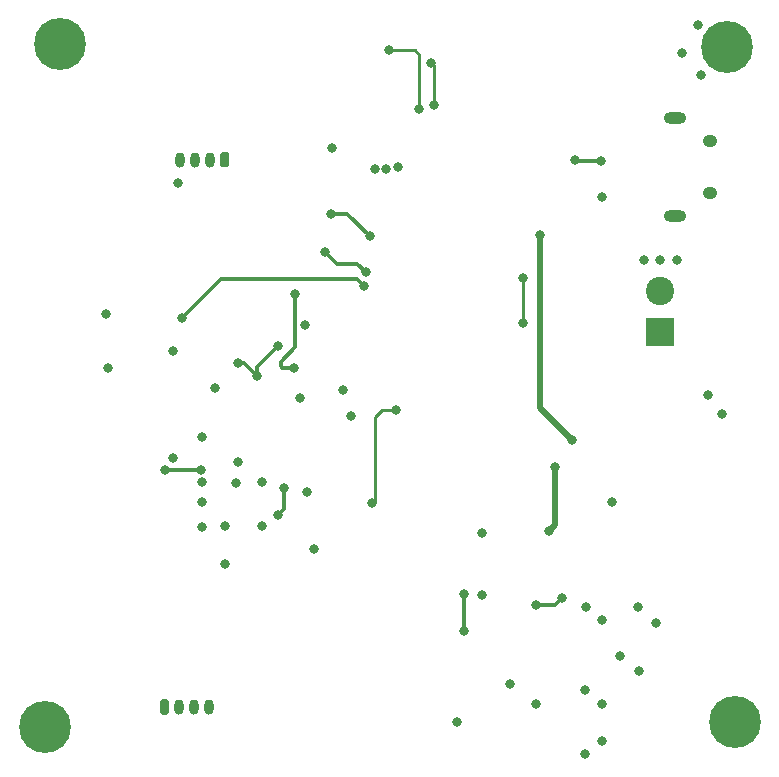
<source format=gbr>
%TF.GenerationSoftware,KiCad,Pcbnew,(5.1.9)-1*%
%TF.CreationDate,2021-05-06T02:52:03-06:00*%
%TF.ProjectId,stm32 design,73746d33-3220-4646-9573-69676e2e6b69,rev?*%
%TF.SameCoordinates,Original*%
%TF.FileFunction,Copper,L4,Bot*%
%TF.FilePolarity,Positive*%
%FSLAX46Y46*%
G04 Gerber Fmt 4.6, Leading zero omitted, Abs format (unit mm)*
G04 Created by KiCad (PCBNEW (5.1.9)-1) date 2021-05-06 02:52:03*
%MOMM*%
%LPD*%
G01*
G04 APERTURE LIST*
%TA.AperFunction,ComponentPad*%
%ADD10O,1.250000X1.050000*%
%TD*%
%TA.AperFunction,ComponentPad*%
%ADD11O,1.900000X1.000000*%
%TD*%
%TA.AperFunction,ComponentPad*%
%ADD12C,0.700000*%
%TD*%
%TA.AperFunction,ComponentPad*%
%ADD13C,4.400000*%
%TD*%
%TA.AperFunction,ComponentPad*%
%ADD14R,2.400000X2.400000*%
%TD*%
%TA.AperFunction,ComponentPad*%
%ADD15C,2.400000*%
%TD*%
%TA.AperFunction,ComponentPad*%
%ADD16O,0.800000X1.300000*%
%TD*%
%TA.AperFunction,ViaPad*%
%ADD17C,0.800000*%
%TD*%
%TA.AperFunction,Conductor*%
%ADD18C,0.300000*%
%TD*%
%TA.AperFunction,Conductor*%
%ADD19C,0.500000*%
%TD*%
%TA.AperFunction,Conductor*%
%ADD20C,0.261112*%
%TD*%
G04 APERTURE END LIST*
D10*
%TO.P,J2,6*%
%TO.N,Net-(J2-Pad6)*%
X168100000Y-58100000D03*
X168100000Y-62550000D03*
D11*
X165100000Y-56150000D03*
X165100000Y-64500000D03*
%TD*%
D12*
%TO.P,H1,1*%
%TO.N,GND*%
X112926726Y-106528274D03*
X111760000Y-106045000D03*
X110593274Y-106528274D03*
X110110000Y-107695000D03*
X110593274Y-108861726D03*
X111760000Y-109345000D03*
X112926726Y-108861726D03*
X113410000Y-107695000D03*
D13*
X111760000Y-107695000D03*
%TD*%
%TO.P,H2,1*%
%TO.N,GND*%
X169545000Y-50165000D03*
D12*
X171195000Y-50165000D03*
X170711726Y-51331726D03*
X169545000Y-51815000D03*
X168378274Y-51331726D03*
X167895000Y-50165000D03*
X168378274Y-48998274D03*
X169545000Y-48515000D03*
X170711726Y-48998274D03*
%TD*%
%TO.P,H3,1*%
%TO.N,GND*%
X114196726Y-48743274D03*
X113030000Y-48260000D03*
X111863274Y-48743274D03*
X111380000Y-49910000D03*
X111863274Y-51076726D03*
X113030000Y-51560000D03*
X114196726Y-51076726D03*
X114680000Y-49910000D03*
D13*
X113030000Y-49910000D03*
%TD*%
%TO.P,H4,1*%
%TO.N,GND*%
X170180000Y-107315000D03*
D12*
X171830000Y-107315000D03*
X171346726Y-108481726D03*
X170180000Y-108965000D03*
X169013274Y-108481726D03*
X168530000Y-107315000D03*
X169013274Y-106148274D03*
X170180000Y-105665000D03*
X171346726Y-106148274D03*
%TD*%
D14*
%TO.P,J1,1*%
%TO.N,+12V*%
X163830000Y-74295000D03*
D15*
%TO.P,J1,2*%
%TO.N,GND*%
X163830000Y-70795000D03*
%TD*%
%TO.P,J4,1*%
%TO.N,+3.3VA*%
%TA.AperFunction,ComponentPad*%
G36*
G01*
X127400000Y-59240000D02*
X127400000Y-60140000D01*
G75*
G02*
X127200000Y-60340000I-200000J0D01*
G01*
X126800000Y-60340000D01*
G75*
G02*
X126600000Y-60140000I0J200000D01*
G01*
X126600000Y-59240000D01*
G75*
G02*
X126800000Y-59040000I200000J0D01*
G01*
X127200000Y-59040000D01*
G75*
G02*
X127400000Y-59240000I0J-200000D01*
G01*
G37*
%TD.AperFunction*%
D16*
%TO.P,J4,2*%
%TO.N,I2C1_SCL*%
X125750000Y-59690000D03*
%TO.P,J4,3*%
%TO.N,I2C1_SDA*%
X124500000Y-59690000D03*
%TO.P,J4,4*%
%TO.N,GND*%
X123250000Y-59690000D03*
%TD*%
%TO.P,J5,4*%
%TO.N,GND*%
X125670000Y-106045000D03*
%TO.P,J5,3*%
%TO.N,USART3_RX*%
X124420000Y-106045000D03*
%TO.P,J5,2*%
%TO.N,USART3_TX*%
X123170000Y-106045000D03*
%TO.P,J5,1*%
%TO.N,+3.3VA*%
%TA.AperFunction,ComponentPad*%
G36*
G01*
X121520000Y-106495000D02*
X121520000Y-105595000D01*
G75*
G02*
X121720000Y-105395000I200000J0D01*
G01*
X122120000Y-105395000D01*
G75*
G02*
X122320000Y-105595000I0J-200000D01*
G01*
X122320000Y-106495000D01*
G75*
G02*
X122120000Y-106695000I-200000J0D01*
G01*
X121720000Y-106695000D01*
G75*
G02*
X121520000Y-106495000I0J200000D01*
G01*
G37*
%TD.AperFunction*%
%TD*%
D17*
%TO.N,GND*%
X169100000Y-81200000D03*
%TO.N,+3.3VA*%
X162100000Y-103000000D03*
X157500000Y-104600000D03*
X151200000Y-104100000D03*
X153400000Y-105800000D03*
X159000000Y-105800000D03*
X141700000Y-60300000D03*
X125100000Y-83200000D03*
%TO.N,+3V3*%
X117000000Y-72750000D03*
%TO.N,+3.3VA*%
X160500000Y-101750000D03*
%TO.N,GND*%
X122000000Y-86000000D03*
X125000000Y-86000000D03*
X167900000Y-79600000D03*
X162000000Y-97600000D03*
X163500000Y-98900000D03*
X157600000Y-97600000D03*
X159000000Y-98700000D03*
X148800000Y-96600000D03*
X157500000Y-110000000D03*
X159000000Y-108900000D03*
X146700000Y-107300000D03*
X163900000Y-68200000D03*
X162500000Y-68200000D03*
X165300000Y-68200000D03*
X159000000Y-62900000D03*
X140700000Y-60500000D03*
X139700000Y-60500000D03*
X136100000Y-58700000D03*
X123100000Y-61700000D03*
X117100000Y-77300000D03*
X122600000Y-75900000D03*
X126200000Y-79000000D03*
X130200000Y-87000000D03*
X128000000Y-87100000D03*
X137700000Y-81400000D03*
X127000000Y-93900000D03*
X128100000Y-85300000D03*
X137700000Y-81400000D03*
X137000000Y-79200000D03*
X148800000Y-91300000D03*
X159800000Y-88700000D03*
X165700000Y-50700000D03*
X167100000Y-48300000D03*
X167300000Y-52500000D03*
%TO.N,HSE_IN*%
X131500000Y-75470000D03*
X129750000Y-78000000D03*
X128100000Y-76900000D03*
%TO.N,+3.3VA*%
X132010872Y-87481880D03*
X131500000Y-89750000D03*
X122600000Y-85000000D03*
X125100000Y-87000000D03*
X125100000Y-88700000D03*
X127000000Y-90700000D03*
X130200000Y-90700000D03*
X125100000Y-90800000D03*
X134600000Y-92700000D03*
X134000000Y-87800000D03*
X133400000Y-79900000D03*
X133800000Y-73700000D03*
%TO.N,BUCK_IN*%
X154500000Y-91100000D03*
X155000000Y-85700000D03*
%TO.N,BUCK_BST*%
X147300000Y-99600000D03*
X147300000Y-96500000D03*
%TO.N,+5V*%
X156400000Y-83400000D03*
X153700000Y-66100000D03*
X158900000Y-59800000D03*
X156700000Y-59700000D03*
%TO.N,SWCLK*%
X144700000Y-55100000D03*
X144500000Y-51500000D03*
%TO.N,SWO*%
X143500000Y-55400000D03*
X140900000Y-50400000D03*
%TO.N,NRST*%
X132900000Y-77300000D03*
X133000000Y-71100000D03*
%TO.N,I2C1_SCL*%
X139300000Y-66200000D03*
X136000000Y-64300000D03*
%TO.N,I2C1_SDA*%
X139000000Y-69250000D03*
X135500000Y-67500000D03*
%TO.N,USART3_TX*%
X141500000Y-80900000D03*
X139500000Y-88800000D03*
%TO.N,BOOTO*%
X138800000Y-70400000D03*
X123400000Y-73100000D03*
%TO.N,BUCK_EN*%
X153400000Y-97400000D03*
X155600000Y-96800000D03*
%TO.N,USB_D+*%
X152250000Y-73500000D03*
X152250000Y-69750000D03*
%TD*%
D18*
%TO.N,GND*%
X122000000Y-86000000D02*
X125000000Y-86000000D01*
X137700000Y-81400000D02*
X137700000Y-81400000D01*
X137700000Y-81400000D02*
X137700000Y-81300000D01*
%TO.N,HSE_IN*%
X129750000Y-77220000D02*
X129750000Y-78000000D01*
X131500000Y-75470000D02*
X129750000Y-77220000D01*
X128650000Y-76900000D02*
X129750000Y-78000000D01*
X128100000Y-76900000D02*
X128650000Y-76900000D01*
%TO.N,+3.3VA*%
X132010872Y-89239128D02*
X132010872Y-87481880D01*
X131500000Y-89750000D02*
X132010872Y-89239128D01*
D19*
%TO.N,BUCK_IN*%
X154500000Y-91100000D02*
X155000000Y-90600000D01*
X155000000Y-90600000D02*
X155000000Y-85700000D01*
D18*
%TO.N,BUCK_BST*%
X147300000Y-99600000D02*
X147300000Y-96500000D01*
D19*
%TO.N,+5V*%
X153700000Y-80700000D02*
X153700000Y-66100000D01*
X156400000Y-83400000D02*
X153700000Y-80700000D01*
D18*
X156800000Y-59800000D02*
X156700000Y-59700000D01*
X158900000Y-59800000D02*
X156800000Y-59800000D01*
D20*
%TO.N,SWCLK*%
X144700000Y-51700000D02*
X144500000Y-51500000D01*
X144700000Y-55100000D02*
X144700000Y-51700000D01*
%TO.N,SWO*%
X143500000Y-55400000D02*
X143500000Y-50800000D01*
X143100000Y-50400000D02*
X140900000Y-50400000D01*
X143500000Y-50800000D02*
X143100000Y-50400000D01*
D18*
%TO.N,NRST*%
X132900000Y-77300000D02*
X131900000Y-77300000D01*
X131900000Y-77300000D02*
X131800000Y-77200000D01*
X131800000Y-77200000D02*
X131800000Y-76800000D01*
X133000000Y-75600000D02*
X133000000Y-71100000D01*
X131800000Y-76800000D02*
X133000000Y-75600000D01*
%TO.N,I2C1_SCL*%
X139300000Y-66200000D02*
X137400000Y-64300000D01*
X137400000Y-64300000D02*
X136000000Y-64300000D01*
%TO.N,I2C1_SDA*%
X139000000Y-69250000D02*
X138250000Y-68500000D01*
X138250000Y-68500000D02*
X136500000Y-68500000D01*
X136500000Y-68500000D02*
X135500000Y-67500000D01*
D20*
%TO.N,USART3_TX*%
X141500000Y-80900000D02*
X140300000Y-80900000D01*
X140300000Y-80900000D02*
X139700000Y-81500000D01*
X139700000Y-88600000D02*
X139500000Y-88800000D01*
X139700000Y-81500000D02*
X139700000Y-88600000D01*
D18*
%TO.N,BOOTO*%
X138800000Y-70400000D02*
X138200000Y-69800000D01*
X138200000Y-69800000D02*
X126700000Y-69800000D01*
X126700000Y-69800000D02*
X123400000Y-73100000D01*
%TO.N,BUCK_EN*%
X155000000Y-97400000D02*
X155600000Y-96800000D01*
X153400000Y-97400000D02*
X155000000Y-97400000D01*
D20*
%TO.N,USB_D+*%
X152250000Y-73500000D02*
X152250000Y-69750000D01*
%TD*%
M02*

</source>
